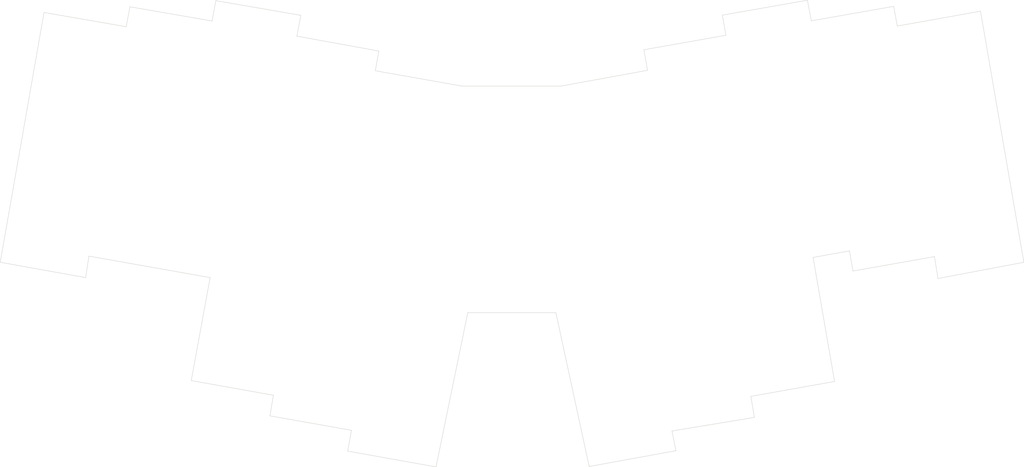
<source format=kicad_pcb>
(kicad_pcb (version 20221018) (generator pcbnew)
  (layers (0 "F.Cu" signal) (31 "B.Cu" signal) (34 "B.Paste" user) (35 "F.Paste" user) (36 "B.SilkS" user "B.Silkscreen") (37 "F.SilkS" user "F.Silkscreen") (38 "B.Mask" user) (39 "F.Mask" user) (44 "Edge.Cuts" user))
  (net 0 "")
  (footprint "kbd_Hole:m2_Screw_Hole" (layer "F.Cu") (at 106.8 55.1)
    (fp_text reference "Ref**")
    (fp_text value "Val**")
    (pad "" np_thru_hole circle (at 0 0) (size 2.2 2.2) (drill 2.2) (layers "F&B.Cu" "*.Mask"))
  )
  (footprint "kbd_Hole:m2_Screw_Hole" (layer "F.Cu") (at 186.7 108.9)
    (fp_text reference "Ref**")
    (fp_text value "Val**")
    (pad "" np_thru_hole circle (at 0 0) (size 2.2 2.2) (drill 2.2) (layers "F&B.Cu" "*.Mask"))
  )
  (footprint "kbd_Hole:m2_Screw_Hole" (layer "F.Cu") (at 226.8 45.5)
    (fp_text reference "Ref**")
    (fp_text value "Val**")
    (pad "" np_thru_hole circle (at 0 0) (size 2.2 2.2) (drill 2.2) (layers "F&B.Cu" "*.Mask"))
  )
  (footprint "kbd_Hole:m2_Screw_Hole" (layer "F.Cu") (at 121.8 119.1)
    (fp_text reference "Ref**")
    (fp_text value "Val**")
    (pad "" np_thru_hole circle (at 0 0) (size 2.2 2.2) (drill 2.2) (layers "F&B.Cu" "*.Mask"))
  )
  (footprint "kbd_Hole:m2_Screw_Hole" (layer "F.Cu") (at 235 91.4)
    (fp_text reference "Ref**")
    (fp_text value "Val**")
    (pad "" np_thru_hole circle (at 0 0) (size 2.2 2.2) (drill 2.2) (layers "F&B.Cu" "*.Mask"))
  )
  (footprint "kbd_Hole:m2_Screw_Hole" (layer "F.Cu") (at 50.5 45.1)
    (fp_text reference "Ref**")
    (fp_text value "Val**")
    (pad "" np_thru_hole circle (at 0 0) (size 2.2 2.2) (drill 2.2) (layers "*.Cu" "*.Mask"))
  )
  (footprint "kbd_Hole:m2_Screw_Hole" (layer "F.Cu") (at 91.6 108.8)
    (fp_text reference "Ref**")
    (fp_text value "Val**")
    (pad "" np_thru_hole circle (at 0 0) (size 2.2 2.2) (drill 2.2) (layers "F&B.Cu" "*.Mask"))
  )
  (footprint "kbd_Hole:m2_Screw_Hole" (layer "F.Cu") (at 155.6 119.3)
    (fp_text reference "Ref**")
    (fp_text value "Val**")
    (pad "" np_thru_hole circle (at 0 0) (size 2.2 2.2) (drill 2.2) (layers "F&B.Cu" "*.Mask"))
  )
  (footprint "kbd_Hole:m2_Screw_Hole" (layer "F.Cu") (at 42.3 91.7)
    (fp_text reference "Ref**")
    (fp_text value "Val**")
    (pad "" np_thru_hole circle (at 0 0) (size 2.2 2.2) (drill 2.2) (layers "F&B.Cu" "*.Mask"))
  )
  (footprint "kbd_Hole:m2_Screw_Hole" (layer "F.Cu") (at 170.5 55)
    (fp_text reference "Ref**")
    (fp_text value "Val**")
    (pad "" np_thru_hole circle (at 0 0) (size 2.2 2.2) (drill 2.2) (layers "F&B.Cu" "*.Mask"))
  )
  (gr_line (start 216.6 98) (end 215.8 93.4) (stroke (width 0.1)) (layer "Edge.Cuts"))
  (gr_line (start 148.8 107.5) (end 156.4 142.6) (stroke (width 0.1)) (layer "Edge.Cuts"))
  (gr_line (start 149.9 55.8) (end 169.7 52.2) (stroke (width 0.1)) (layer "Edge.Cuts"))
  (gr_line (start 89.7 44.4) (end 108.4 47.8) (stroke (width 0.1)) (layer "Edge.Cuts"))
  (gr_line (start 193.3 126.6) (end 194.1 131.4) (stroke (width 0.1)) (layer "Edge.Cuts"))
  (gr_line (start 255.6 96) (end 236 99.7) (stroke (width 0.1)) (layer "Edge.Cuts"))
  (gr_line (start 169.7 52.2) (end 168.9 47.5) (stroke (width 0.1)) (layer "Edge.Cuts"))
  (gr_line (start 148.8 107.5) (end 128.7 107.5) (stroke (width 0.1)) (layer "Edge.Cuts"))
  (gr_line (start 83.55 131.05) (end 84.35 126.35) (stroke (width 0.1)) (layer "Edge.Cuts"))
  (gr_line (start 225.9 37.6) (end 226.7 42.1) (stroke (width 0.1)) (layer "Edge.Cuts"))
  (gr_line (start 176.2 139) (end 156.4 142.6) (stroke (width 0.1)) (layer "Edge.Cuts"))
  (gr_line (start 71.2 36.3) (end 70.35 40.95) (stroke (width 0.1)) (layer "Edge.Cuts"))
  (gr_line (start 207.5 94.9) (end 212.4 123.2) (stroke (width 0.1)) (layer "Edge.Cuts"))
  (gr_line (start 168.9 47.5) (end 187.6 44.2) (stroke (width 0.1)) (layer "Edge.Cuts"))
  (gr_line (start 65.6 123) (end 69.9 99.5) (stroke (width 0.1)) (layer "Edge.Cuts"))
  (gr_line (start 127.4 55.8) (end 149.9 55.8) (stroke (width 0.1)) (layer "Edge.Cuts"))
  (gr_line (start 50.75 42.25) (end 51.6 37.7) (stroke (width 0.1)) (layer "Edge.Cuts"))
  (gr_line (start 226.7 42.1) (end 245.7 38.7) (stroke (width 0.1)) (layer "Edge.Cuts"))
  (gr_line (start 32 39) (end 50.75 42.25) (stroke (width 0.1)) (layer "Edge.Cuts"))
  (gr_line (start 215.8 93.4) (end 207.5 94.9) (stroke (width 0.1)) (layer "Edge.Cuts"))
  (gr_line (start 128.7 107.5) (end 121.45 142.7) (stroke (width 0.1)) (layer "Edge.Cuts"))
  (gr_line (start 42.25 94.6) (end 41.5 99.5) (stroke (width 0.1)) (layer "Edge.Cuts"))
  (gr_line (start 121.45 142.7) (end 101.3 139.1) (stroke (width 0.1)) (layer "Edge.Cuts"))
  (gr_line (start 101.3 139.1) (end 102.15 134.35) (stroke (width 0.1)) (layer "Edge.Cuts"))
  (gr_line (start 41.5 99.5) (end 22 96) (stroke (width 0.1)) (layer "Edge.Cuts"))
  (gr_line (start 235.2 94.7) (end 216.6 98) (stroke (width 0.1)) (layer "Edge.Cuts"))
  (gr_line (start 175.3 134.5) (end 176.2 139) (stroke (width 0.1)) (layer "Edge.Cuts"))
  (gr_line (start 245.7 38.7) (end 255.6 96) (stroke (width 0.1)) (layer "Edge.Cuts"))
  (gr_line (start 207.1 40.9) (end 225.9 37.6) (stroke (width 0.1)) (layer "Edge.Cuts"))
  (gr_line (start 187.6 44.2) (end 186.8 39.6) (stroke (width 0.1)) (layer "Edge.Cuts"))
  (gr_line (start 108.4 47.8) (end 107.6 52.3) (stroke (width 0.1)) (layer "Edge.Cuts"))
  (gr_line (start 84.35 126.35) (end 65.6 123) (stroke (width 0.1)) (layer "Edge.Cuts"))
  (gr_line (start 69.9 99.5) (end 42.25 94.6) (stroke (width 0.1)) (layer "Edge.Cuts"))
  (gr_line (start 90.6 39.65) (end 89.7 44.4) (stroke (width 0.1)) (layer "Edge.Cuts"))
  (gr_line (start 236 99.7) (end 235.2 94.7) (stroke (width 0.1)) (layer "Edge.Cuts"))
  (gr_line (start 22 96) (end 32 39) (stroke (width 0.1)) (layer "Edge.Cuts"))
  (gr_line (start 194.1 131.4) (end 175.3 134.5) (stroke (width 0.1)) (layer "Edge.Cuts"))
  (gr_line (start 212.4 123.2) (end 193.3 126.6) (stroke (width 0.1)) (layer "Edge.Cuts"))
  (gr_line (start 186.8 39.6) (end 206.2 36.2) (stroke (width 0.1)) (layer "Edge.Cuts"))
  (gr_line (start 107.6 52.3) (end 127.4 55.8) (stroke (width 0.1)) (layer "Edge.Cuts"))
  (gr_line (start 102.15 134.35) (end 83.55 131.05) (stroke (width 0.1)) (layer "Edge.Cuts"))
  (gr_line (start 71.2 36.3) (end 90.6 39.65) (stroke (width 0.1)) (layer "Edge.Cuts"))
  (gr_line (start 207.1 40.9) (end 206.2 36.2) (stroke (width 0.1)) (layer "Edge.Cuts"))
  (gr_line (start 51.6 37.7) (end 70.35 40.95) (stroke (width 0.1)) (layer "Edge.Cuts"))
)
</source>
